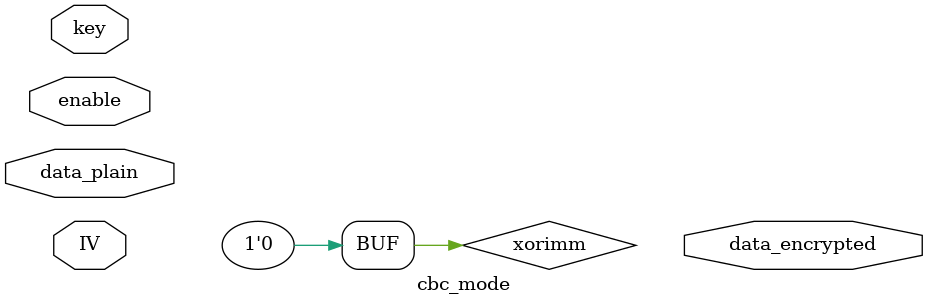
<source format=v>
`timescale 1ns / 1ps


module cbc_mode
    #(
    parameter BLOCK_SIZE=0,
    parameter SYNC_SIZE=0
    )
    (
    key,
    IV,
    enable,
    data_plain,
    data_encrypted,
    );
    
    input [BLOCK_SIZE-1:0] key;
    input enable;
    input [SYNC_SIZE-1:0] IV;
    input [SYNC_SIZE-1:0] data_plain;
    output reg [SYNC_SIZE-1:0] data_encrypted;
    reg [SYNC_SIZE-1:0] previous;
    reg xorimm;
    integer i;
    
    always @(*) begin
        if (enable == 1'b0) begin
            previous = 0;
            xorimm = 0;
        end else begin
            xorimm = 0;
            for(i=0;i<SYNC_SIZE;i=i+1) begin
                // XOR the previous value with the current
                xorimm = data_plain[i] ^ previous[i];
                
                //XOR the xor'd value with the key to make CT
                data_encrypted[i] = xorimm ^ key[i%BLOCK_SIZE];
            end
            
            // store the CT in a reg
            previous = data_encrypted;   
        end 
    end
    
endmodule

</source>
